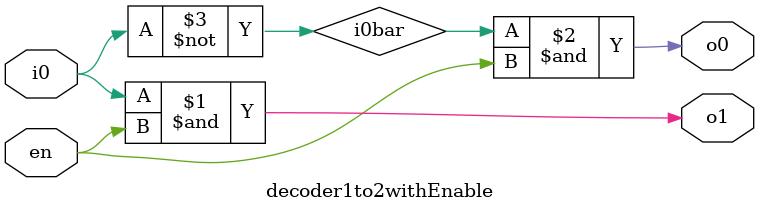
<source format=v>
/* 模組名稱：
   著作權宣告：copyright 2012 林博仁(pika1021@gmail.com)
   */
`timescale 1ns / 1ps

module decoder1to2withEnable(o1, o0, i0, en);
  input i0, en;
  output o1, o0;

  not inv1(i0bar, i0);

  and and2(o1, i0, en);
  and and1(o0, i0bar, en);

endmodule

</source>
